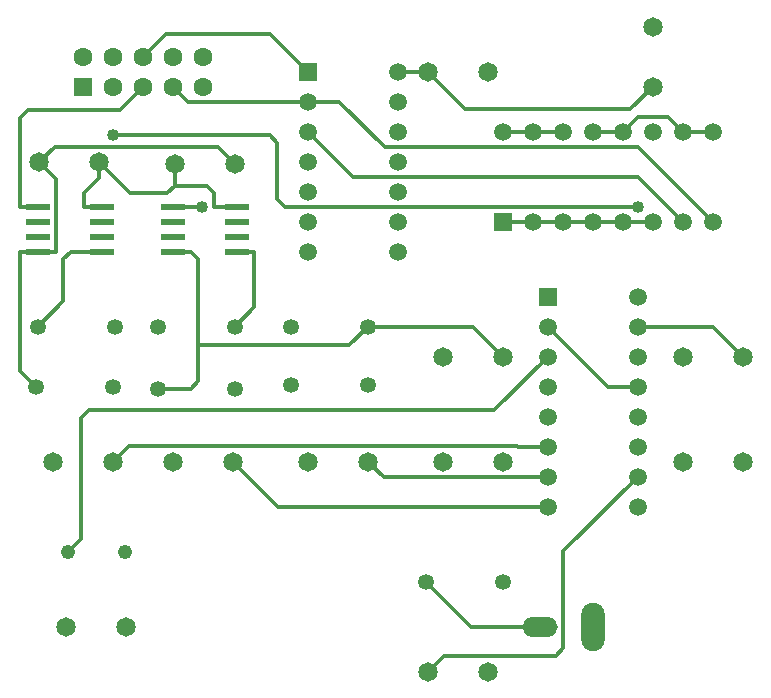
<source format=gbr>
G04 DipTrace 3.2.0.1*
G04 Top.gbr*
%MOIN*%
G04 #@! TF.FileFunction,Copper,L1,Top*
G04 #@! TF.Part,Single*
G04 #@! TA.AperFunction,Conductor*
%ADD13C,0.012992*%
G04 #@! TA.AperFunction,ComponentPad*
%ADD14C,0.064961*%
%ADD15R,0.07874X0.023622*%
G04 #@! TA.AperFunction,ComponentPad*
%ADD16C,0.05315*%
%ADD17R,0.059055X0.059055*%
%ADD18C,0.059055*%
%ADD19O,0.07874X0.161417*%
%ADD20O,0.11811X0.066929*%
%ADD21R,0.063X0.063*%
%ADD22C,0.063*%
%ADD23C,0.048*%
G04 #@! TA.AperFunction,ViaPad*
%ADD24C,0.04*%
%FSLAX26Y26*%
G04*
G70*
G90*
G75*
G01*
G04 Top*
%LPD*%
X1893701Y543701D2*
D13*
X1945670Y595670D1*
X2319095D1*
X2345079Y621654D1*
Y945079D1*
X2593701Y1193701D1*
X2293701Y1693701D2*
X2493701Y1493701D1*
X2593701D1*
X2143701Y1593701D2*
X2043701Y1693701D1*
X1693701D1*
X1631890Y1631890D1*
X1128544D1*
Y1917716D1*
X1102559Y1943701D1*
X1043701D1*
X1251181Y2237270D2*
X1194881Y2293571D1*
X649673D1*
X597703Y2241601D1*
X2843701Y2343701D2*
X2743701D1*
X993701Y1486614D2*
X1102560D1*
X1128544Y1512598D1*
Y1631890D1*
X593701Y1943701D2*
X534839D1*
Y1546657D1*
X587795Y1493701D1*
X597703Y2241601D2*
X652559Y2186746D1*
Y1943701D1*
X593701D1*
X2543701Y2343701D2*
X2443701D1*
X2743701D2*
X2694685Y2392717D1*
X2592717D1*
X2543701Y2343701D1*
X1493701D2*
X1644685Y2192717D1*
X2594685D1*
X2743701Y2043701D1*
X2593701Y2092717D2*
X1417716D1*
X1391732Y2118701D1*
Y2307075D1*
X1365748Y2333059D1*
X843701D1*
X943701Y2493701D2*
X866732Y2416732D1*
X560823D1*
X534839Y2390748D1*
Y2093701D1*
X593701D1*
X1493701Y2543701D2*
X1366729Y2670673D1*
X1020673D1*
X943701Y2593701D1*
X2143701Y2043701D2*
X2243701D1*
X2543701D2*
X2643701D1*
X2443701D2*
X2543701D1*
X2343701D2*
X2443701D1*
X2243701D2*
X2343701D1*
X1043701Y2493701D2*
X1094689Y2442713D1*
X1392225D1*
X1393213Y2443701D1*
X1493701D1*
X1598709D1*
X1749693Y2292717D1*
X2594685D1*
X2843701Y2043701D1*
X1142047Y2093701D2*
X1043701D1*
X593701Y1693701D2*
X678544Y1778544D1*
Y1917717D1*
X704528Y1943701D1*
X806299D1*
X1249606Y1693701D2*
X1315158Y1759252D1*
Y1943701D1*
X1256299D1*
X2143701Y2343701D2*
X2243701D1*
X2343701D1*
X2293701Y1093701D2*
X1393701D1*
X1243701Y1243701D1*
X2293701Y1193701D2*
X2193701D1*
X2191732Y1191732D1*
X1745670D1*
X1693701Y1243701D1*
X2293701Y1293701D2*
X2193701D1*
X2191732Y1295670D1*
X895670D1*
X843701Y1243701D1*
X693701Y943701D2*
X737189Y987189D1*
Y1388579D1*
X763173Y1414563D1*
X2114563D1*
X2293701Y1593701D1*
X2266535Y693701D2*
X2037795D1*
X1887795Y843701D1*
X2643701Y2493701D2*
X2568701Y2418701D1*
X2018655D1*
X1893701Y2543655D1*
X2593701Y1693701D2*
X2843701D1*
X2943701Y1593701D1*
X806299Y2093701D2*
X747437D1*
Y2137662D1*
X797703Y2187928D1*
Y2241601D1*
X901643Y2137662D1*
X1025197D1*
X1051181Y2163646D1*
X1155552D1*
X1181536Y2137662D1*
Y2093701D1*
X1256299D1*
X1893701Y2543655D2*
X1793701Y2543701D1*
X1051181Y2163646D2*
Y2237270D1*
D24*
X843701Y2333059D3*
X2593701Y2092717D3*
X1142047Y2093701D3*
D14*
X1943701Y1593701D3*
X2143701D3*
X1943701Y1243701D3*
X2143701D3*
X1051181Y2237270D3*
X1251181D3*
D15*
X1043701Y2093701D3*
Y2043701D3*
Y1993701D3*
Y1943701D3*
X1256299D3*
Y1993701D3*
Y2043701D3*
Y2093701D3*
D16*
X993701Y1693701D3*
X1249606D3*
Y1486614D3*
X993701D3*
D14*
X1243701Y1243701D3*
X1043701D3*
X1693701D3*
X1493701D3*
X843701D3*
X643701D3*
D17*
X2293701Y1793701D3*
D18*
Y1693701D3*
Y1593701D3*
Y1493701D3*
Y1393701D3*
Y1293701D3*
Y1193701D3*
Y1093701D3*
X2593701D3*
Y1193701D3*
Y1293701D3*
Y1393701D3*
Y1493701D3*
Y1593701D3*
Y1693701D3*
Y1793701D3*
D14*
X2093701Y543701D3*
X1893701D3*
D16*
X2143701Y843701D3*
X1887795D3*
D17*
X2143701Y2043701D3*
D18*
X2243701D3*
X2343701D3*
X2443701D3*
X2543701D3*
X2643701D3*
X2743701D3*
X2843701D3*
Y2343701D3*
X2743701D3*
X2643701D3*
X2543701D3*
X2443701D3*
X2343701D3*
X2243701D3*
X2143701D3*
D14*
X2643701Y2493701D3*
Y2693701D3*
X2743701Y1593701D3*
X2943701D3*
X2743701Y1243701D3*
X2943701D3*
D17*
X1493701Y2543701D3*
D18*
Y2443701D3*
Y2343701D3*
Y2243701D3*
Y2143701D3*
Y2043701D3*
Y1943701D3*
X1793701D3*
Y2043701D3*
Y2143701D3*
Y2243701D3*
Y2343701D3*
Y2443701D3*
Y2543701D3*
D14*
X1893701Y2543655D3*
X2093701D3*
D16*
X1437795Y1500787D3*
X1693701D3*
Y1693701D3*
X1437795D3*
D19*
X2443701Y693701D3*
D20*
X2266535D3*
D21*
X743701Y2493701D3*
D22*
X843701D3*
X943701D3*
X1043701D3*
X1143701D3*
X743701Y2593701D3*
X843701D3*
X943701D3*
X1043701D3*
X1143701D3*
D14*
X797703Y2241601D3*
X597703D3*
D15*
X593701Y2093701D3*
Y2043701D3*
Y1993701D3*
Y1943701D3*
X806299D3*
Y1993701D3*
Y2043701D3*
Y2093701D3*
D16*
X593701Y1693701D3*
X849606D3*
X843701Y1493701D3*
X587795D3*
D23*
X693701Y943701D3*
X883701D3*
D14*
X688701Y693701D3*
X888701D3*
M02*

</source>
